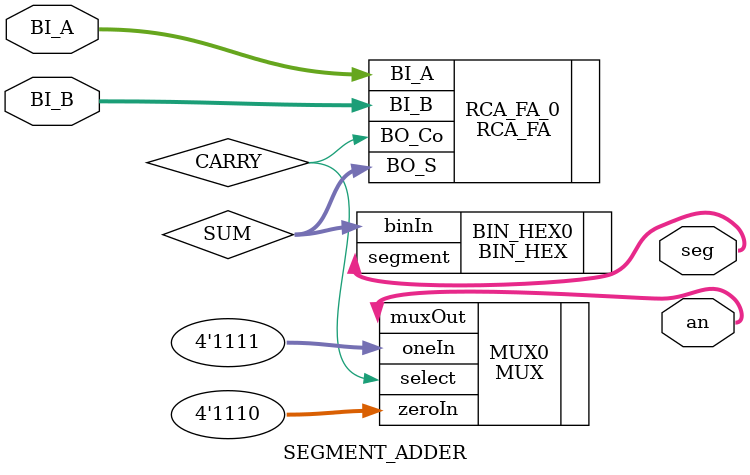
<source format=sv>
`timescale 1ns / 1ps


module SEGMENT_ADDER(
    input [3:0] BI_A,
    input [3:0] BI_B,
    output [6:0] seg,
    output [3:0] an
    );

    logic [3:0] SUM;
    logic CARRY;


    RCA_FA RCA_FA_0 (
        .BI_A(BI_A),
        .BI_B(BI_B),
        .BO_Co(CARRY),
        .BO_S(SUM)
    );
    
    BIN_HEX BIN_HEX0 (
        .binIn(SUM),
        .segment(seg)
    );

    MUX MUX0 (
        .zeroIn(4'b1110),
        .oneIn(4'b1111),
        .select(CARRY),
        .muxOut(an)
    );

endmodule

</source>
